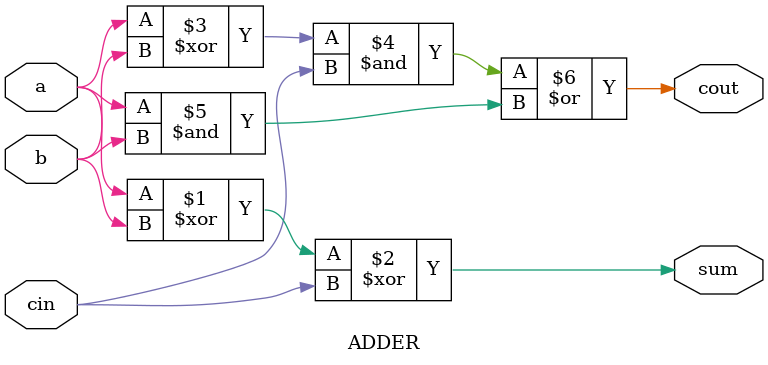
<source format=v>
module ADDER (
	a, b, cin,
	sum, cout
);
	input wire a;
	input wire b;
	(* carry = "ADDER" *)
	input wire cin;
	(* DELAY_CONST_a   = "300e-12" *)
	(* DELAY_CONST_b   = "300e-12" *)
	(* DELAY_CONST_cin = "300e-12" *)
	output wire sum;
	(* carry = "ADDER" *)
	(* DELAY_CONST_a   = "300e-12" *)
	(* DELAY_CONST_b   = "300e-12" *)
	(* DELAY_CONST_cin =  "10e-12" *)
	output wire cout;
	// Full adder combinational logic
	assign sum = a ^ b ^ cin;
	assign cout = ((a ^ b) & cin) | (a & b);
	// Timing parameters, not supported by Yosys at the moment.
`ifndef YOSYS
	`timescale 1ps/1ps
	specify
		specparam T1 300;
		specparam T2 10;
		// (input->output) min:typ:max
		(a => sum) 	= T1;
		(b => sum)	= T1;
		(cin => sum)	= T1;
		(a => cout)	= T1;
		(b => cout)	= T1;
		(cin => cout)	= T2;
	endspecify
`endif
endmodule
</source>
